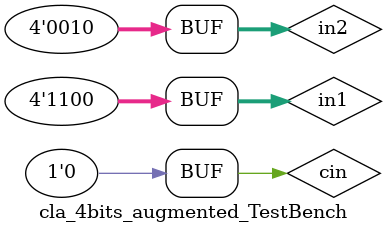
<source format=v>
`timescale 1ns / 1ps


module cla_4bits_augmented_TestBench;
	// Inputs
	reg [3:0] in1;
	reg [3:0] in2;
	reg cin;

	// Outputs
	wire [3:0] sum;
	wire p;
	wire g;

	// Instantiate the Unit Under Test (UUT)
	cla_4bits_augmented uut (
		.in1(in1), 
		.in2(in2), 
		.cin(cin), 
		.sum(sum), 
		.p(p), 
		.g(g)
	);

	initial begin
		$monitor ("in1 = %d, in2 = %d, c_in = %d, sum = %d, p = %d, g = %d", in1, in2, cin, sum, p, g);
		// Initialize Inputs
		in1 = 0;
		in2 = 0;
		cin = 0;

		// Wait 100 ns for global reset to finish
		#100;
        
		// Add stimulus here
		in1 = 4'd7; in2 = 4'd1; cin = 0;
		#100;
		
		in1 = 4'd3; in2 = 4'd6; cin = 1;
		#100;
		
	   in1 = 4'd3; in2 = 4'd10; cin = 0;
		#100;
		
		in1 = 4'd12; in2 = 4'd2; cin = 0;
		#100;
		
	end


      
endmodule


</source>
